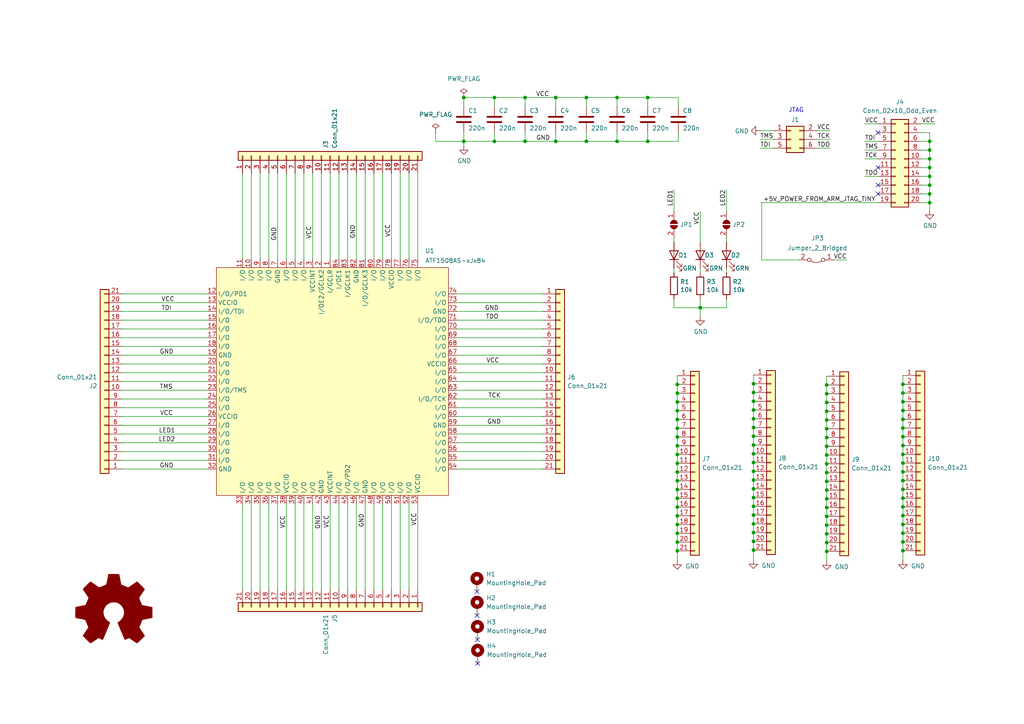
<source format=kicad_sch>
(kicad_sch (version 20211123) (generator eeschema)
  (paper "A4")
  (lib_symbols
    (symbol "Connector_Generic:Conn_01x21" (pin_names (offset 1.016) hide)
      (property "Reference" "J" (at 0 27.94 0))
      (property "Value" "Conn_01x21" (at 0 -27.94 0))
      (symbol "Conn_01x21_1_1"
        (pin passive line (at -5.08 25.4 0) (length 3.81) (name "Pin_1") (number "1"))
        (pin passive line (at -5.08 2.54 0) (length 3.81) (name "Pin_10") (number "10"))
        (pin passive line (at -5.08 0 0) (length 3.81) (name "Pin_11") (number "11"))
        (pin passive line (at -5.08 -2.54 0) (length 3.81) (name "Pin_12") (number "12"))
        (pin passive line (at -5.08 -5.08 0) (length 3.81) (name "Pin_13") (number "13"))
        (pin passive line (at -5.08 -7.62 0) (length 3.81) (name "Pin_14") (number "14"))
        (pin passive line (at -5.08 -10.16 0) (length 3.81) (name "Pin_15") (number "15"))
        (pin passive line (at -5.08 -12.7 0) (length 3.81) (name "Pin_16") (number "16"))
        (pin passive line (at -5.08 -15.24 0) (length 3.81) (name "Pin_17") (number "17"))
        (pin passive line (at -5.08 -17.78 0) (length 3.81) (name "Pin_18") (number "18"))
        (pin passive line (at -5.08 -20.32 0) (length 3.81) (name "Pin_19") (number "19"))
        (pin passive line (at -5.08 22.86 0) (length 3.81) (name "Pin_2") (number "2"))
        (pin passive line (at -5.08 -22.86 0) (length 3.81) (name "Pin_20") (number "20"))
        (pin passive line (at -5.08 -25.4 0) (length 3.81) (name "Pin_21") (number "21"))
        (pin passive line (at -5.08 20.32 0) (length 3.81) (name "Pin_3") (number "3"))
        (pin passive line (at -5.08 17.78 0) (length 3.81) (name "Pin_4") (number "4"))
        (pin passive line (at -5.08 15.24 0) (length 3.81) (name "Pin_5") (number "5"))
        (pin passive line (at -5.08 12.7 0) (length 3.81) (name "Pin_6") (number "6"))
        (pin passive line (at -5.08 10.16 0) (length 3.81) (name "Pin_7") (number "7"))
        (pin passive line (at -5.08 7.62 0) (length 3.81) (name "Pin_8") (number "8"))
        (pin passive line (at -5.08 5.08 0) (length 3.81) (name "Pin_9") (number "9"))
      )
    )
    (symbol "Connector_Generic:Conn_02x03_Odd_Even" (pin_names (offset 1.016) hide)
      (property "Reference" "J" (at 1.27 5.08 0))
      (property "Value" "Conn_02x03_Odd_Even" (at 1.27 -5.08 0))
      (symbol "Conn_02x03_Odd_Even_1_1"
        (pin passive line (at -5.08 2.54 0) (length 3.81) (name "Pin_1") (number "1"))
        (pin passive line (at 7.62 2.54 180) (length 3.81) (name "Pin_2") (number "2"))
        (pin passive line (at -5.08 0 0) (length 3.81) (name "Pin_3") (number "3"))
        (pin passive line (at 7.62 0 180) (length 3.81) (name "Pin_4") (number "4"))
        (pin passive line (at -5.08 -2.54 0) (length 3.81) (name "Pin_5") (number "5"))
        (pin passive line (at 7.62 -2.54 180) (length 3.81) (name "Pin_6") (number "6"))
      )
    )
    (symbol "Connector_Generic:Conn_02x10_Odd_Even" (pin_names (offset 1.016) hide)
      (property "Reference" "J" (at 1.27 12.7 0))
      (property "Value" "Conn_02x10_Odd_Even" (at 1.27 -15.24 0))
      (symbol "Conn_02x10_Odd_Even_1_1"
        (pin passive line (at -5.08 10.16 0) (length 3.81) (name "Pin_1") (number "1"))
        (pin passive line (at 7.62 0 180) (length 3.81) (name "Pin_10") (number "10"))
        (pin passive line (at -5.08 -2.54 0) (length 3.81) (name "Pin_11") (number "11"))
        (pin passive line (at 7.62 -2.54 180) (length 3.81) (name "Pin_12") (number "12"))
        (pin passive line (at -5.08 -5.08 0) (length 3.81) (name "Pin_13") (number "13"))
        (pin passive line (at 7.62 -5.08 180) (length 3.81) (name "Pin_14") (number "14"))
        (pin passive line (at -5.08 -7.62 0) (length 3.81) (name "Pin_15") (number "15"))
        (pin passive line (at 7.62 -7.62 180) (length 3.81) (name "Pin_16") (number "16"))
        (pin passive line (at -5.08 -10.16 0) (length 3.81) (name "Pin_17") (number "17"))
        (pin passive line (at 7.62 -10.16 180) (length 3.81) (name "Pin_18") (number "18"))
        (pin passive line (at -5.08 -12.7 0) (length 3.81) (name "Pin_19") (number "19"))
        (pin passive line (at 7.62 10.16 180) (length 3.81) (name "Pin_2") (number "2"))
        (pin passive line (at 7.62 -12.7 180) (length 3.81) (name "Pin_20") (number "20"))
        (pin passive line (at -5.08 7.62 0) (length 3.81) (name "Pin_3") (number "3"))
        (pin passive line (at 7.62 7.62 180) (length 3.81) (name "Pin_4") (number "4"))
        (pin passive line (at -5.08 5.08 0) (length 3.81) (name "Pin_5") (number "5"))
        (pin passive line (at 7.62 5.08 180) (length 3.81) (name "Pin_6") (number "6"))
        (pin passive line (at -5.08 2.54 0) (length 3.81) (name "Pin_7") (number "7"))
        (pin passive line (at 7.62 2.54 180) (length 3.81) (name "Pin_8") (number "8"))
        (pin passive line (at -5.08 0 0) (length 3.81) (name "Pin_9") (number "9"))
      )
    )
    (symbol "Device:C" (pin_numbers hide) (pin_names (offset 0.254))
      (property "Reference" "C" (at 0.635 2.54 0))
      (property "Value" "C" (at 0.635 -2.54 0))
      (symbol "C_1_1"
        (pin passive line (at 0 3.81 270) (length 2.794) (name "~") (number "1"))
        (pin passive line (at 0 -3.81 90) (length 2.794) (name "~") (number "2"))
      )
    )
    (symbol "Device:LED" (pin_numbers hide) (pin_names (offset 1.016) hide)
      (property "Reference" "D" (at 0 2.54 0))
      (property "Value" "LED" (at 0 -2.54 0))
      (symbol "LED_1_1"
        (pin passive line (at -3.81 0 0) (length 2.54) (name "K") (number "1"))
        (pin passive line (at 3.81 0 180) (length 2.54) (name "A") (number "2"))
      )
    )
    (symbol "Device:R" (pin_numbers hide) (pin_names (offset 0))
      (property "Reference" "R" (at 2.032 0 90))
      (property "Value" "R" (at 0 0 90))
      (symbol "R_1_1"
        (pin passive line (at 0 3.81 270) (length 1.27) (name "~") (number "1"))
        (pin passive line (at 0 -3.81 90) (length 1.27) (name "~") (number "2"))
      )
    )
    (symbol "Graphic:Logo_Open_Hardware_Large" (pin_names (offset 1.016)))
    (symbol "Jumper:Jumper_2_Bridged" (pin_names (offset 0) hide)
      (property "Reference" "JP" (at 0 1.905 0))
      (property "Value" "Jumper_2_Bridged" (at 0 -2.54 0))
      (symbol "Jumper_2_Bridged_1_1"
        (pin passive line (at -5.08 0 0) (length 2.54) (name "A") (number "1"))
        (pin passive line (at 5.08 0 180) (length 2.54) (name "B") (number "2"))
      )
    )
    (symbol "Jumper:SolderJumper_2_Open" (pin_names (offset 0) hide)
      (property "Reference" "JP" (at 0 2.032 0))
      (property "Value" "SolderJumper_2_Open" (at 0 -2.54 0))
      (symbol "SolderJumper_2_Open_1_1"
        (pin passive line (at -3.81 0 0) (length 2.54) (name "A") (number "1"))
        (pin passive line (at 3.81 0 180) (length 2.54) (name "B") (number "2"))
      )
    )
    (symbol "Mechanical:MountingHole_Pad" (pin_numbers hide) (pin_names (offset 1.016) hide)
      (property "Reference" "H" (at 0 6.35 0))
      (property "Value" "MountingHole_Pad" (at 0 4.445 0))
      (symbol "MountingHole_Pad_1_1"
        (pin input line (at 0 -2.54 90) (length 2.54) (name "1") (number "1"))
      )
    )
    (symbol "my_symbols:ATF1508AS-xJx84"
      (property "Reference" "U" (at 29.21 38.1 0))
      (property "Value" "ATF1508AS-xJx84" (at 45.72 35.56 0))
      (symbol "ATF1508AS-xJx84_0_0"
        (pin bidirectional line (at 5.08 -35.56 90) (length 2.54) (name "I/O/PD2") (number "45"))
        (pin bidirectional line (at 7.62 -35.56 90) (length 2.54) (name "I/O") (number "46"))
        (pin power_in line (at 10.16 -35.56 90) (length 2.54) (name "GND") (number "47"))
        (pin bidirectional line (at 12.7 -35.56 90) (length 2.54) (name "I/O") (number "48"))
        (pin bidirectional line (at 15.24 -35.56 90) (length 2.54) (name "I/O") (number "49"))
        (pin bidirectional line (at 17.78 -35.56 90) (length 2.54) (name "I/O") (number "50"))
        (pin bidirectional line (at 20.32 -35.56 90) (length 2.54) (name "I/O") (number "51"))
        (pin bidirectional line (at 22.86 -35.56 90) (length 2.54) (name "I/O") (number "52"))
        (pin power_in line (at 25.4 -35.56 90) (length 2.54) (name "VCCIO") (number "53"))
        (pin bidirectional line (at 36.83 -25.4 180) (length 2.54) (name "I/O") (number "54"))
        (pin bidirectional line (at 36.83 -22.86 180) (length 2.54) (name "I/O") (number "55"))
        (pin bidirectional line (at 36.83 -20.32 180) (length 2.54) (name "I/O") (number "56"))
        (pin bidirectional line (at 36.83 -17.78 180) (length 2.54) (name "I/O") (number "57"))
        (pin bidirectional line (at 36.83 -15.24 180) (length 2.54) (name "I/O") (number "58"))
        (pin power_in line (at 36.83 -12.7 180) (length 2.54) (name "GND") (number "59"))
        (pin bidirectional line (at 36.83 -10.16 180) (length 2.54) (name "I/O") (number "60"))
        (pin bidirectional line (at 36.83 -7.62 180) (length 2.54) (name "I/O") (number "61"))
        (pin bidirectional line (at 36.83 -5.08 180) (length 2.54) (name "I/O/TCK") (number "62"))
        (pin bidirectional line (at 36.83 -2.54 180) (length 2.54) (name "I/O") (number "63"))
        (pin bidirectional line (at 36.83 0 180) (length 2.54) (name "I/O") (number "64"))
        (pin bidirectional line (at 36.83 2.54 180) (length 2.54) (name "I/O") (number "65"))
        (pin power_in line (at 36.83 5.08 180) (length 2.54) (name "VCCIO") (number "66"))
        (pin bidirectional line (at 36.83 7.62 180) (length 2.54) (name "I/O") (number "67"))
        (pin bidirectional line (at 36.83 10.16 180) (length 2.54) (name "I/O") (number "68"))
        (pin bidirectional line (at 36.83 12.7 180) (length 2.54) (name "I/O") (number "69"))
        (pin bidirectional line (at 36.83 15.24 180) (length 2.54) (name "I/O") (number "70"))
        (pin bidirectional line (at 36.83 17.78 180) (length 2.54) (name "I/O/TDO") (number "71"))
        (pin power_in line (at 36.83 20.32 180) (length 2.54) (name "GND") (number "72"))
        (pin bidirectional line (at 36.83 22.86 180) (length 2.54) (name "I/O") (number "73"))
        (pin bidirectional line (at 36.83 25.4 180) (length 2.54) (name "I/O") (number "74"))
        (pin bidirectional line (at 25.4 35.56 270) (length 2.54) (name "I/O") (number "75"))
        (pin bidirectional line (at 22.86 35.56 270) (length 2.54) (name "I/O") (number "76"))
        (pin bidirectional line (at 20.32 35.56 270) (length 2.54) (name "I/O") (number "77"))
        (pin power_in line (at 17.78 35.56 270) (length 2.54) (name "VCCIO") (number "78"))
        (pin bidirectional line (at 15.24 35.56 270) (length 2.54) (name "I/O") (number "79"))
        (pin bidirectional line (at 12.7 35.56 270) (length 2.54) (name "I/O") (number "80"))
        (pin bidirectional line (at 10.16 35.56 270) (length 2.54) (name "I/O/GCLK3") (number "81"))
        (pin power_in line (at 7.62 35.56 270) (length 2.54) (name "GND") (number "82"))
        (pin input line (at 5.08 35.56 270) (length 2.54) (name "I/GCLK1") (number "83"))
        (pin input line (at 2.54 35.56 270) (length 2.54) (name "I/OE1") (number "84"))
      )
      (symbol "ATF1508AS-xJx84_1_1"
        (pin input line (at 0 35.56 270) (length 2.54) (name "I/GCLR") (number "1"))
        (pin bidirectional line (at -22.86 35.56 270) (length 2.54) (name "I/O") (number "10"))
        (pin bidirectional line (at -25.4 35.56 270) (length 2.54) (name "I/O") (number "11"))
        (pin bidirectional line (at -35.56 25.4 0) (length 2.54) (name "I/O/PD1") (number "12"))
        (pin power_in line (at -35.56 22.86 0) (length 2.54) (name "VCCIO") (number "13"))
        (pin bidirectional line (at -35.56 20.32 0) (length 2.54) (name "I/O/TDI") (number "14"))
        (pin bidirectional line (at -35.56 17.78 0) (length 2.54) (name "I/O") (number "15"))
        (pin bidirectional line (at -35.56 15.24 0) (length 2.54) (name "I/O") (number "16"))
        (pin bidirectional line (at -35.56 12.7 0) (length 2.54) (name "I/O") (number "17"))
        (pin bidirectional line (at -35.56 10.16 0) (length 2.54) (name "I/O") (number "18"))
        (pin power_in line (at -35.56 7.62 0) (length 2.54) (name "GND") (number "19"))
        (pin input line (at -2.54 35.56 270) (length 2.54) (name "I/OE2/GCLK2") (number "2"))
        (pin bidirectional line (at -35.56 5.08 0) (length 2.54) (name "I/O") (number "20"))
        (pin bidirectional line (at -35.56 2.54 0) (length 2.54) (name "I/O") (number "21"))
        (pin bidirectional line (at -35.56 0 0) (length 2.54) (name "I/O") (number "22"))
        (pin bidirectional line (at -35.56 -2.54 0) (length 2.54) (name "I/O/TMS") (number "23"))
        (pin bidirectional line (at -35.56 -5.08 0) (length 2.54) (name "I/O") (number "24"))
        (pin bidirectional line (at -35.56 -7.62 0) (length 2.54) (name "I/O") (number "25"))
        (pin power_in line (at -35.56 -10.16 0) (length 2.54) (name "VCCIO") (number "26"))
        (pin bidirectional line (at -35.56 -12.7 0) (length 2.54) (name "I/O") (number "27"))
        (pin bidirectional line (at -35.56 -15.24 0) (length 2.54) (name "I/O") (number "28"))
        (pin bidirectional line (at -35.56 -17.78 0) (length 2.54) (name "I/O") (number "29"))
        (pin power_in line (at -5.08 35.56 270) (length 2.54) (name "VCCINT") (number "3"))
        (pin bidirectional line (at -35.56 -20.32 0) (length 2.54) (name "I/O") (number "30"))
        (pin bidirectional line (at -35.56 -22.86 0) (length 2.54) (name "I/O") (number "31"))
        (pin power_in line (at -35.56 -25.4 0) (length 2.54) (name "GND") (number "32"))
        (pin bidirectional line (at -25.4 -35.56 90) (length 2.54) (name "I/O") (number "33"))
        (pin bidirectional line (at -22.86 -35.56 90) (length 2.54) (name "I/O") (number "34"))
        (pin bidirectional line (at -20.32 -35.56 90) (length 2.54) (name "I/O") (number "35"))
        (pin bidirectional line (at -17.78 -35.56 90) (length 2.54) (name "I/O") (number "36"))
        (pin bidirectional line (at -15.24 -35.56 90) (length 2.54) (name "I/O") (number "37"))
        (pin power_in line (at -12.7 -35.56 90) (length 2.54) (name "VCCIO") (number "38"))
        (pin bidirectional line (at -10.16 -35.56 90) (length 2.54) (name "I/O") (number "39"))
        (pin bidirectional line (at -7.62 35.56 270) (length 2.54) (name "I/O") (number "4"))
        (pin bidirectional line (at -7.62 -35.56 90) (length 2.54) (name "I/O") (number "40"))
        (pin bidirectional line (at -5.08 -35.56 90) (length 2.54) (name "I/O") (number "41"))
        (pin power_in line (at -2.54 -35.56 90) (length 2.54) (name "GND") (number "42"))
        (pin power_in line (at 0 -35.56 90) (length 2.54) (name "VCCINT") (number "43"))
        (pin bidirectional line (at 2.54 -35.56 90) (length 2.54) (name "I/O") (number "44"))
        (pin bidirectional line (at -10.16 35.56 270) (length 2.54) (name "I/O") (number "5"))
        (pin bidirectional line (at -12.7 35.56 270) (length 2.54) (name "I/O") (number "6"))
        (pin power_in line (at -15.24 35.56 270) (length 2.54) (name "GND") (number "7"))
        (pin bidirectional line (at -17.78 35.56 270) (length 2.54) (name "I/O") (number "8"))
        (pin bidirectional line (at -20.32 35.56 270) (length 2.54) (name "I/O") (number "9"))
      )
    )
    (symbol "power:GND" (power) (pin_names (offset 0))
      (property "Value" "GND" (at 0 -3.81 0))
      (symbol "GND_1_1"
        (pin power_in line (at 0 0 270) (length 0) hide (name "GND") (number "1"))
      )
    )
    (symbol "power:PWR_FLAG" (power) (pin_numbers hide) (pin_names (offset 0) hide)
      (property "Value" "PWR_FLAG" (at 0 3.81 0))
      (symbol "PWR_FLAG_0_0"
        (pin power_out line (at 0 0 90) (length 0) (name "pwr") (number "1"))
      )
    )
  )
  (junction (at 196.4436 144.526))
  (junction (at 239.776 142.1384))
  (junction (at 218.5416 113.8428))
  (junction (at 261.874 136.8552))
  (junction (at 196.4436 159.766))
  (junction (at 261.874 134.3152))
  (junction (at 196.4436 154.686))
  (junction (at 261.874 157.1752))
  (junction (at 218.5416 141.7828))
  (junction (at 261.874 121.6152))
  (junction (at 161.1884 40.9956))
  (junction (at 239.776 124.3584))
  (junction (at 239.776 114.1984))
  (junction (at 196.4436 131.826))
  (junction (at 218.5416 149.4028))
  (junction (at 143.4084 28.2956))
  (junction (at 134.5184 40.9956))
  (junction (at 170.0784 28.2956))
  (junction (at 239.776 149.7584))
  (junction (at 239.776 134.5184))
  (junction (at 269.6464 53.6956))
  (junction (at 239.776 144.6784))
  (junction (at 269.6464 51.1556))
  (junction (at 170.0784 40.9956))
  (junction (at 196.4436 114.046))
  (junction (at 239.776 137.0584))
  (junction (at 196.4436 121.666))
  (junction (at 239.776 152.2984))
  (junction (at 196.4436 119.126))
  (junction (at 239.776 119.2784))
  (junction (at 269.6464 48.6156))
  (junction (at 218.5416 151.9428))
  (junction (at 261.874 129.2352))
  (junction (at 261.874 139.3952))
  (junction (at 196.4436 129.286))
  (junction (at 187.8584 40.9956))
  (junction (at 261.874 144.4752))
  (junction (at 196.4436 124.206))
  (junction (at 261.874 111.4552))
  (junction (at 261.874 124.1552))
  (junction (at 218.5416 144.3228))
  (junction (at 239.776 139.5984))
  (junction (at 187.8584 28.2956))
  (junction (at 261.874 159.7152))
  (junction (at 218.5416 139.2428))
  (junction (at 196.4436 136.906))
  (junction (at 196.4436 141.986))
  (junction (at 269.6464 40.9956))
  (junction (at 239.776 147.2184))
  (junction (at 239.776 154.8384))
  (junction (at 239.776 116.7384))
  (junction (at 218.5416 136.7028))
  (junction (at 261.874 119.0752))
  (junction (at 196.4436 134.366))
  (junction (at 218.5416 116.3828))
  (junction (at 218.5416 126.5428))
  (junction (at 218.5416 131.6228))
  (junction (at 269.6464 43.5356))
  (junction (at 239.776 129.4384))
  (junction (at 261.874 154.6352))
  (junction (at 178.9684 40.9956))
  (junction (at 218.5416 121.4628))
  (junction (at 218.5416 146.8628))
  (junction (at 134.5184 28.2956))
  (junction (at 218.5416 154.4828))
  (junction (at 203.0984 89.2556))
  (junction (at 269.6464 46.0756))
  (junction (at 261.874 126.6952))
  (junction (at 196.4436 111.506))
  (junction (at 218.5416 159.5628))
  (junction (at 218.5416 111.3028))
  (junction (at 178.9684 28.2956))
  (junction (at 261.874 141.9352))
  (junction (at 152.2984 40.9956))
  (junction (at 261.874 147.0152))
  (junction (at 261.874 113.9952))
  (junction (at 261.874 116.5352))
  (junction (at 261.874 152.0952))
  (junction (at 239.776 111.6584))
  (junction (at 239.776 126.8984))
  (junction (at 196.4436 126.746))
  (junction (at 152.2984 28.2956))
  (junction (at 196.4436 152.146))
  (junction (at 269.6464 58.7756))
  (junction (at 196.4436 147.066))
  (junction (at 143.4084 40.9956))
  (junction (at 261.874 131.7752))
  (junction (at 161.1884 28.2956))
  (junction (at 218.5416 157.0228))
  (junction (at 239.776 159.9184))
  (junction (at 218.5416 134.1628))
  (junction (at 196.4436 116.586))
  (junction (at 196.4436 157.226))
  (junction (at 196.4436 149.606))
  (junction (at 218.5416 118.9228))
  (junction (at 196.4436 139.446))
  (junction (at 239.776 121.8184))
  (junction (at 261.874 149.5552))
  (junction (at 239.776 131.9784))
  (junction (at 218.5416 129.0828))
  (junction (at 269.6464 56.2356))
  (junction (at 239.776 157.3784))
  (junction (at 218.5416 124.0028))
  (no_connect (at 138.4808 185.5216))
  (no_connect (at 254.6604 53.6956))
  (no_connect (at 254.6604 56.2356))
  (no_connect (at 138.3284 171.6024))
  (no_connect (at 138.5316 192.4304))
  (no_connect (at 138.3792 178.5112))
  (no_connect (at 254.6604 38.4556))
  (no_connect (at 254.6604 48.6156))
  (wire (pts (xy 261.874 136.8552) (xy 261.874 139.3952)))
  (wire (pts (xy 100.838 50.292) (xy 100.838 75.0824)))
  (wire (pts (xy 70.358 170.9928) (xy 70.358 146.2024)))
  (wire (pts (xy 161.1884 28.2956) (xy 170.0784 28.2956)))
  (wire (pts (xy 267.3604 58.7756) (xy 269.6464 58.7756)))
  (wire (pts (xy 157.3784 90.3224) (xy 132.588 90.3224)))
  (wire (pts (xy 269.6464 40.9956) (xy 269.6464 38.4556)))
  (wire (pts (xy 178.9684 28.2956) (xy 187.8584 28.2956)))
  (wire (pts (xy 75.438 170.9928) (xy 75.438 146.2024)))
  (wire (pts (xy 121.158 170.9928) (xy 121.158 146.2024)))
  (wire (pts (xy 195.4784 54.9656) (xy 195.4784 61.3156)))
  (wire (pts (xy 196.4436 154.686) (xy 196.4436 157.226)))
  (wire (pts (xy 218.5416 131.6228) (xy 218.5416 134.1628)))
  (wire (pts (xy 35.4076 130.9624) (xy 60.198 130.9624)))
  (wire (pts (xy 134.5184 40.9956) (xy 126.3396 40.9956)))
  (wire (pts (xy 218.5416 111.3028) (xy 218.5416 113.8428)))
  (wire (pts (xy 157.3784 125.8824) (xy 132.588 125.8824)))
  (wire (pts (xy 157.3784 133.5024) (xy 132.588 133.5024)))
  (wire (pts (xy 35.4076 92.8624) (xy 60.198 92.8624)))
  (wire (pts (xy 220.9292 58.7756) (xy 254.6604 58.7756)))
  (wire (pts (xy 218.5416 159.5628) (xy 218.5416 162.3568)))
  (wire (pts (xy 196.4436 124.206) (xy 196.4436 126.746)))
  (wire (pts (xy 261.874 108.9152) (xy 261.874 111.4552)))
  (wire (pts (xy 35.4076 118.2624) (xy 60.198 118.2624)))
  (wire (pts (xy 196.4436 119.126) (xy 196.4436 121.666)))
  (wire (pts (xy 220.9292 58.7756) (xy 220.9292 75.3872)))
  (wire (pts (xy 196.4436 159.766) (xy 196.4436 162.56)))
  (wire (pts (xy 261.874 154.6352) (xy 261.874 157.1752)))
  (wire (pts (xy 196.7484 28.2956) (xy 196.7484 30.8356)))
  (wire (pts (xy 152.2984 40.9956) (xy 152.2984 38.4556)))
  (wire (pts (xy 157.3784 85.2424) (xy 132.588 85.2424)))
  (wire (pts (xy 157.3784 103.0224) (xy 132.588 103.0224)))
  (wire (pts (xy 196.4436 139.446) (xy 196.4436 141.986)))
  (wire (pts (xy 239.776 131.9784) (xy 239.776 134.5184)))
  (wire (pts (xy 35.4076 87.7824) (xy 60.198 87.7824)))
  (wire (pts (xy 239.776 121.8184) (xy 239.776 124.3584)))
  (wire (pts (xy 196.4436 152.146) (xy 196.4436 154.686)))
  (wire (pts (xy 261.874 147.0152) (xy 261.874 149.5552)))
  (wire (pts (xy 157.3784 130.9624) (xy 132.588 130.9624)))
  (wire (pts (xy 269.6464 46.0756) (xy 269.6464 48.6156)))
  (wire (pts (xy 239.776 139.5984) (xy 239.776 142.1384)))
  (wire (pts (xy 85.598 50.292) (xy 85.598 75.0824)))
  (wire (pts (xy 157.3784 136.0424) (xy 132.588 136.0424)))
  (wire (pts (xy 269.6464 40.9956) (xy 269.6464 43.5356)))
  (wire (pts (xy 203.0984 89.2556) (xy 203.0984 86.7156)))
  (wire (pts (xy 95.758 170.9928) (xy 95.758 146.2024)))
  (wire (pts (xy 210.7184 68.9356) (xy 210.7184 70.2056)))
  (wire (pts (xy 35.4076 103.0224) (xy 60.198 103.0224)))
  (wire (pts (xy 110.998 50.292) (xy 110.998 75.0824)))
  (wire (pts (xy 187.8584 40.9956) (xy 196.7484 40.9956)))
  (wire (pts (xy 93.218 50.292) (xy 93.218 75.0824)))
  (wire (pts (xy 271.1704 35.9156) (xy 267.3604 35.9156)))
  (wire (pts (xy 250.8504 46.0756) (xy 254.6604 46.0756)))
  (wire (pts (xy 261.874 111.4552) (xy 261.874 113.9952)))
  (wire (pts (xy 240.792 37.8968) (xy 236.982 37.8968)))
  (wire (pts (xy 134.5184 28.2956) (xy 143.4084 28.2956)))
  (wire (pts (xy 239.776 149.7584) (xy 239.776 152.2984)))
  (wire (pts (xy 83.058 170.9928) (xy 83.058 146.2024)))
  (wire (pts (xy 218.5416 124.0028) (xy 218.5416 126.5428)))
  (wire (pts (xy 269.6464 48.6156) (xy 269.6464 51.1556)))
  (wire (pts (xy 261.874 134.3152) (xy 261.874 136.8552)))
  (wire (pts (xy 196.4436 129.286) (xy 196.4436 131.826)))
  (wire (pts (xy 239.776 137.0584) (xy 239.776 139.5984)))
  (wire (pts (xy 134.5184 40.9956) (xy 143.4084 40.9956)))
  (wire (pts (xy 239.776 126.8984) (xy 239.776 129.4384)))
  (wire (pts (xy 203.0984 77.8256) (xy 203.0984 79.0956)))
  (wire (pts (xy 203.0984 89.2556) (xy 210.7184 89.2556)))
  (wire (pts (xy 118.618 170.9928) (xy 118.618 146.2024)))
  (wire (pts (xy 250.8504 35.9156) (xy 254.6604 35.9156)))
  (wire (pts (xy 261.874 152.0952) (xy 261.874 154.6352)))
  (wire (pts (xy 210.7184 89.2556) (xy 210.7184 86.7156)))
  (wire (pts (xy 85.598 170.9928) (xy 85.598 146.2024)))
  (wire (pts (xy 269.6464 56.2356) (xy 269.6464 58.7756)))
  (wire (pts (xy 239.776 144.6784) (xy 239.776 147.2184)))
  (wire (pts (xy 80.518 170.9928) (xy 80.518 146.2024)))
  (wire (pts (xy 196.4436 131.826) (xy 196.4436 134.366)))
  (wire (pts (xy 196.4436 147.066) (xy 196.4436 149.606)))
  (wire (pts (xy 35.4076 90.3224) (xy 60.198 90.3224)))
  (wire (pts (xy 95.758 50.292) (xy 95.758 75.0824)))
  (wire (pts (xy 35.4076 120.8024) (xy 60.198 120.8024)))
  (wire (pts (xy 196.4436 121.666) (xy 196.4436 124.206)))
  (wire (pts (xy 157.3784 105.5624) (xy 132.588 105.5624)))
  (wire (pts (xy 220.472 37.8968) (xy 224.282 37.8968)))
  (wire (pts (xy 70.358 50.292) (xy 70.358 75.0824)))
  (wire (pts (xy 161.1884 28.2956) (xy 161.1884 30.8356)))
  (wire (pts (xy 239.776 134.5184) (xy 239.776 137.0584)))
  (wire (pts (xy 267.3604 43.5356) (xy 269.6464 43.5356)))
  (wire (pts (xy 240.792 42.9768) (xy 236.982 42.9768)))
  (wire (pts (xy 239.776 116.7384) (xy 239.776 119.2784)))
  (wire (pts (xy 157.3784 95.4024) (xy 132.588 95.4024)))
  (wire (pts (xy 152.2984 28.2956) (xy 152.2984 30.8356)))
  (wire (pts (xy 35.4076 108.1024) (xy 60.198 108.1024)))
  (wire (pts (xy 103.378 50.292) (xy 103.378 75.0824)))
  (wire (pts (xy 143.4084 28.2956) (xy 152.2984 28.2956)))
  (wire (pts (xy 218.5416 136.7028) (xy 218.5416 139.2428)))
  (wire (pts (xy 196.4436 141.986) (xy 196.4436 144.526)))
  (wire (pts (xy 195.4784 89.2556) (xy 195.4784 86.7156)))
  (wire (pts (xy 239.776 114.1984) (xy 239.776 116.7384)))
  (wire (pts (xy 267.3604 53.6956) (xy 269.6464 53.6956)))
  (wire (pts (xy 113.538 50.292) (xy 113.538 75.0824)))
  (wire (pts (xy 218.5416 149.4028) (xy 218.5416 151.9428)))
  (wire (pts (xy 77.978 50.292) (xy 77.978 75.0824)))
  (wire (pts (xy 218.5416 151.9428) (xy 218.5416 154.4828)))
  (wire (pts (xy 116.078 50.292) (xy 116.078 75.0824)))
  (wire (pts (xy 250.8504 43.5356) (xy 254.6604 43.5356)))
  (wire (pts (xy 261.874 144.4752) (xy 261.874 147.0152)))
  (wire (pts (xy 35.4076 110.6424) (xy 60.198 110.6424)))
  (wire (pts (xy 108.458 170.9928) (xy 108.458 146.2024)))
  (wire (pts (xy 35.4076 85.2424) (xy 60.198 85.2424)))
  (wire (pts (xy 269.6464 58.7756) (xy 269.6464 61.0616)))
  (wire (pts (xy 35.4076 128.4224) (xy 60.198 128.4224)))
  (wire (pts (xy 220.9292 75.3872) (xy 231.648 75.3872)))
  (wire (pts (xy 218.5416 126.5428) (xy 218.5416 129.0828)))
  (wire (pts (xy 72.898 50.292) (xy 72.898 75.0824)))
  (wire (pts (xy 157.3784 115.7224) (xy 132.588 115.7224)))
  (wire (pts (xy 161.1884 40.9956) (xy 170.0784 40.9956)))
  (wire (pts (xy 195.4784 77.8256) (xy 195.4784 79.0956)))
  (wire (pts (xy 218.5416 154.4828) (xy 218.5416 157.0228)))
  (wire (pts (xy 261.874 129.2352) (xy 261.874 131.7752)))
  (wire (pts (xy 218.5416 146.8628) (xy 218.5416 149.4028)))
  (wire (pts (xy 93.218 170.9928) (xy 93.218 146.2024)))
  (wire (pts (xy 35.4076 136.0424) (xy 60.198 136.0424)))
  (wire (pts (xy 261.874 119.0752) (xy 261.874 121.6152)))
  (wire (pts (xy 83.058 50.292) (xy 83.058 75.0824)))
  (wire (pts (xy 196.4436 149.606) (xy 196.4436 152.146)))
  (wire (pts (xy 196.4436 114.046) (xy 196.4436 116.586)))
  (wire (pts (xy 110.998 170.9928) (xy 110.998 146.2024)))
  (wire (pts (xy 161.1884 40.9956) (xy 161.1884 38.4556)))
  (wire (pts (xy 35.4076 95.4024) (xy 60.198 95.4024)))
  (wire (pts (xy 218.5416 129.0828) (xy 218.5416 131.6228)))
  (wire (pts (xy 261.874 139.3952) (xy 261.874 141.9352)))
  (wire (pts (xy 267.3604 51.1556) (xy 269.6464 51.1556)))
  (wire (pts (xy 170.0784 40.9956) (xy 178.9684 40.9956)))
  (wire (pts (xy 261.874 131.7752) (xy 261.874 134.3152)))
  (wire (pts (xy 218.5416 113.8428) (xy 218.5416 116.3828)))
  (wire (pts (xy 261.874 159.7152) (xy 261.874 162.5092)))
  (wire (pts (xy 218.5416 116.3828) (xy 218.5416 118.9228)))
  (wire (pts (xy 35.4076 115.7224) (xy 60.198 115.7224)))
  (wire (pts (xy 178.9684 40.9956) (xy 187.8584 40.9956)))
  (wire (pts (xy 261.874 121.6152) (xy 261.874 124.1552)))
  (wire (pts (xy 134.5184 28.2956) (xy 134.5184 30.8356)))
  (wire (pts (xy 157.3784 100.4824) (xy 132.588 100.4824)))
  (wire (pts (xy 267.3604 56.2356) (xy 269.6464 56.2356)))
  (wire (pts (xy 35.4076 105.5624) (xy 60.198 105.5624)))
  (wire (pts (xy 195.4784 89.2556) (xy 203.0984 89.2556)))
  (wire (pts (xy 35.4076 133.5024) (xy 60.198 133.5024)))
  (wire (pts (xy 157.3784 92.8624) (xy 132.588 92.8624)))
  (wire (pts (xy 239.776 154.8384) (xy 239.776 157.3784)))
  (wire (pts (xy 239.776 142.1384) (xy 239.776 144.6784)))
  (wire (pts (xy 126.3396 38.4556) (xy 126.3396 40.9956)))
  (wire (pts (xy 157.3784 123.3424) (xy 132.588 123.3424)))
  (wire (pts (xy 240.792 40.4368) (xy 236.982 40.4368)))
  (wire (pts (xy 178.9684 28.2956) (xy 178.9684 30.8356)))
  (wire (pts (xy 239.776 147.2184) (xy 239.776 149.7584)))
  (wire (pts (xy 157.3784 97.9424) (xy 132.588 97.9424)))
  (wire (pts (xy 170.0784 28.2956) (xy 170.0784 30.8356)))
  (wire (pts (xy 157.3784 113.1824) (xy 132.588 113.1824)))
  (wire (pts (xy 239.776 159.9184) (xy 239.776 162.7124)))
  (wire (pts (xy 261.874 149.5552) (xy 261.874 152.0952)))
  (wire (pts (xy 245.618 75.3872) (xy 241.808 75.3872)))
  (wire (pts (xy 269.6464 51.1556) (xy 269.6464 53.6956)))
  (wire (pts (xy 261.874 124.1552) (xy 261.874 126.6952)))
  (wire (pts (xy 269.6464 43.5356) (xy 269.6464 46.0756)))
  (wire (pts (xy 239.776 129.4384) (xy 239.776 131.9784)))
  (wire (pts (xy 88.138 170.9928) (xy 88.138 146.2024)))
  (wire (pts (xy 98.298 50.292) (xy 98.298 75.0824)))
  (wire (pts (xy 178.9684 40.9956) (xy 178.9684 38.4556)))
  (wire (pts (xy 261.874 157.1752) (xy 261.874 159.7152)))
  (wire (pts (xy 100.838 170.9928) (xy 100.838 146.2024)))
  (wire (pts (xy 261.874 141.9352) (xy 261.874 144.4752)))
  (wire (pts (xy 220.472 40.4368) (xy 224.282 40.4368)))
  (wire (pts (xy 203.0984 89.2556) (xy 203.0984 91.7956)))
  (wire (pts (xy 261.874 126.6952) (xy 261.874 129.2352)))
  (wire (pts (xy 35.4076 113.1824) (xy 60.198 113.1824)))
  (wire (pts (xy 210.7184 77.8256) (xy 210.7184 79.0956)))
  (wire (pts (xy 143.4084 40.9956) (xy 152.2984 40.9956)))
  (wire (pts (xy 261.874 113.9952) (xy 261.874 116.5352)))
  (wire (pts (xy 196.4436 136.906) (xy 196.4436 139.446)))
  (wire (pts (xy 35.4076 100.4824) (xy 60.198 100.4824)))
  (wire (pts (xy 35.4076 123.3424) (xy 60.198 123.3424)))
  (wire (pts (xy 90.678 170.9928) (xy 90.678 146.2024)))
  (wire (pts (xy 220.472 42.9768) (xy 224.282 42.9768)))
  (wire (pts (xy 196.4436 134.366) (xy 196.4436 136.906)))
  (wire (pts (xy 261.874 116.5352) (xy 261.874 119.0752)))
  (wire (pts (xy 157.3784 118.2624) (xy 132.588 118.2624)))
  (wire (pts (xy 116.078 170.9928) (xy 116.078 146.2024)))
  (wire (pts (xy 195.4784 68.9356) (xy 195.4784 70.2056)))
  (wire (pts (xy 218.5416 108.7628) (xy 218.5416 111.3028)))
  (wire (pts (xy 108.458 50.292) (xy 108.458 75.0824)))
  (wire (pts (xy 98.298 170.9928) (xy 98.298 146.2024)))
  (wire (pts (xy 239.776 119.2784) (xy 239.776 121.8184)))
  (wire (pts (xy 196.4436 108.966) (xy 196.4436 111.506)))
  (wire (pts (xy 218.5416 144.3228) (xy 218.5416 146.8628)))
  (wire (pts (xy 90.678 50.292) (xy 90.678 75.0824)))
  (wire (pts (xy 267.3604 38.4556) (xy 269.6464 38.4556)))
  (wire (pts (xy 105.918 50.292) (xy 105.918 75.0824)))
  (wire (pts (xy 75.438 50.292) (xy 75.438 75.0824)))
  (wire (pts (xy 152.2984 40.9956) (xy 161.1884 40.9956)))
  (wire (pts (xy 170.0784 40.9956) (xy 170.0784 38.4556)))
  (wire (pts (xy 196.4436 116.586) (xy 196.4436 119.126)))
  (wire (pts (xy 80.518 50.292) (xy 80.518 75.0824)))
  (wire (pts (xy 267.3604 48.6156) (xy 269.6464 48.6156)))
  (wire (pts (xy 210.7184 54.9656) (xy 210.7184 61.3156)))
  (wire (pts (xy 143.4084 28.2956) (xy 143.4084 30.8356)))
  (wire (pts (xy 218.5416 157.0228) (xy 218.5416 159.5628)))
  (wire (pts (xy 196.4436 144.526) (xy 196.4436 147.066)))
  (wire (pts (xy 157.3784 87.7824) (xy 132.588 87.7824)))
  (wire (pts (xy 203.0984 61.3156) (xy 203.0984 70.2056)))
  (wire (pts (xy 187.8584 28.2956) (xy 196.7484 28.2956)))
  (wire (pts (xy 250.8504 40.9956) (xy 254.6604 40.9956)))
  (wire (pts (xy 269.6464 53.6956) (xy 269.6464 56.2356)))
  (wire (pts (xy 196.4436 126.746) (xy 196.4436 129.286)))
  (wire (pts (xy 196.4436 111.506) (xy 196.4436 114.046)))
  (wire (pts (xy 239.776 157.3784) (xy 239.776 159.9184)))
  (wire (pts (xy 77.978 170.9928) (xy 77.978 146.2024)))
  (wire (pts (xy 157.3784 108.1024) (xy 132.588 108.1024)))
  (wire (pts (xy 88.138 50.292) (xy 88.138 75.0824)))
  (wire (pts (xy 218.5416 139.2428) (xy 218.5416 141.7828)))
  (wire (pts (xy 170.0784 28.2956) (xy 178.9684 28.2956)))
  (wire (pts (xy 134.5184 40.9956) (xy 134.5184 42.2656)))
  (wire (pts (xy 218.5416 118.9228) (xy 218.5416 121.4628)))
  (wire (pts (xy 35.4076 125.8824) (xy 60.198 125.8824)))
  (wire (pts (xy 267.3604 40.9956) (xy 269.6464 40.9956)))
  (wire (pts (xy 72.898 170.9928) (xy 72.898 146.2024)))
  (wire (pts (xy 157.3784 128.4224) (xy 132.588 128.4224)))
  (wire (pts (xy 187.8584 28.2956) (xy 187.8584 30.8356)))
  (wire (pts (xy 267.3604 46.0756) (xy 269.6464 46.0756)))
  (wire (pts (xy 218.5416 141.7828) (xy 218.5416 144.3228)))
  (wire (pts (xy 196.7484 40.9956) (xy 196.7484 38.4556)))
  (wire (pts (xy 239.776 152.2984) (xy 239.776 154.8384)))
  (wire (pts (xy 152.2984 28.2956) (xy 161.1884 28.2956)))
  (wire (pts (xy 196.4436 157.226) (xy 196.4436 159.766)))
  (wire (pts (xy 218.5416 134.1628) (xy 218.5416 136.7028)))
  (wire (pts (xy 157.3784 110.6424) (xy 132.588 110.6424)))
  (wire (pts (xy 187.8584 40.9956) (xy 187.8584 38.4556)))
  (wire (pts (xy 239.776 109.1184) (xy 239.776 111.6584)))
  (wire (pts (xy 143.4084 40.9956) (xy 143.4084 38.4556)))
  (wire (pts (xy 35.4076 97.9424) (xy 60.198 97.9424)))
  (wire (pts (xy 157.3784 120.8024) (xy 132.588 120.8024)))
  (wire (pts (xy 218.5416 121.4628) (xy 218.5416 124.0028)))
  (wire (pts (xy 134.5184 40.9956) (xy 134.5184 38.4556)))
  (wire (pts (xy 118.618 50.292) (xy 118.618 75.0824)))
  (wire (pts (xy 105.918 170.9928) (xy 105.918 146.2024)))
  (wire (pts (xy 113.538 170.9928) (xy 113.538 146.2024)))
  (wire (pts (xy 103.378 170.9928) (xy 103.378 146.2024)))
  (wire (pts (xy 250.8504 51.1556) (xy 254.6604 51.1556)))
  (wire (pts (xy 239.776 124.3584) (xy 239.776 126.8984)))
  (wire (pts (xy 239.776 111.6584) (xy 239.776 114.1984)))
  (wire (pts (xy 121.158 50.292) (xy 121.158 75.0824)))
  (text "JTAG" (at 233.172 32.8168 180) (effects (font (size 1.27 1.27)) (justify right bottom)))
  (label "VCC" (at 113.538 68.7832 90))
  (label "GND" (at 46.2788 103.0224 0))
  (label "GND" (at 80.518 69.85 90))
  (label "VCC" (at 203.0984 61.3156 270))
  (label "LED1" (at 46.0248 125.8824 0))
  (label "VCC" (at 271.1704 35.9156 180))
  (label "TMS" (at 220.472 40.4368 0))
  (label "LED2" (at 45.974 128.4224 0))
  (label "VCC" (at 46.7868 87.7824 0))
  (label "TDI" (at 250.8504 40.9956 0))
  (label "VCC" (at 141.0208 105.5624 0))
  (label "TDI" (at 46.7868 90.3224 0))
  (label "TMS" (at 46.2788 113.1824 0))
  (label "VCC" (at 95.758 153.162 90))
  (label "TDO" (at 250.8504 51.1556 0))
  (label "TDI" (at 220.472 42.9768 0))
  (label "VCC" (at 121.158 152.5016 90))
  (label "TCK" (at 240.792 40.4368 180))
  (label "VCC" (at 90.678 69.2912 90))
  (label "+5V_POWER_FROM_ARM_JTAG_TINY" (at 221.3356 58.7756 0))
  (label "TCK" (at 250.8504 46.0756 0))
  (label "TCK" (at 141.5796 115.7224 0))
  (label "LED1" (at 195.4784 54.9656 270))
  (label "TDO" (at 140.8684 92.8624 0))
  (label "TDO" (at 240.792 42.9768 180))
  (label "VCC" (at 240.792 37.8968 180))
  (label "GND" (at 141.2608 123.3424 0))
  (label "VCC" (at 46.3804 120.8024 0))
  (label "GND" (at 103.378 69.1896 90))
  (label "LED2" (at 210.7184 54.9656 270))
  (label "GND" (at 46.2788 136.0424 0))
  (label "GND" (at 155.4988 40.9956 0))
  (label "TMS" (at 250.8504 43.5356 0))
  (label "VCC" (at 155.448 28.2956 0))
  (label "GND" (at 93.218 153.4668 90))
  (label "GND" (at 140.6144 90.3224 0))
  (label "GND" (at 105.918 152.9588 90))
  (label "VCC" (at 250.8504 35.9156 0))
  (label "VCC" (at 245.618 75.3872 180))
  (label "VCC" (at 83.058 153.2636 90))
  (symbol (lib_id "Connector_Generic:Conn_02x03_Odd_Even") (at 229.362 40.4368 0) (unit 1)
    (property "Reference" "J1" (at 230.632 34.7218 0))
    (property "Value" "VERT" (effects hide))
    (property "Footprint" "Connector_PinHeader_2.54mm:PinHeader_2x03_P2.54mm_Vertical" (effects hide))
  )
  (symbol (lib_id "power:GND") (at 220.472 37.8968 270) (unit 1)
    (property "Reference" "#PWR0108" (effects hide))
    (property "Value" "GND" (at 217.2208 38.0238 90) (effects (justify right)))
  )
  (symbol (lib_id "Device:C") (at 143.4084 34.6456 0) (unit 1)
    (property "Reference" "C2" (at 144.6784 32.1056 0) (effects (justify left)))
    (property "Value" "220n" (at 144.6784 37.1856 0) (effects (justify left)))
    (property "Footprint" "Capacitor_SMD:C_0805_2012Metric_Pad1.18x1.45mm_HandSolder" (effects hide))
  )
  (symbol (lib_id "Device:C") (at 152.2984 34.6456 0) (unit 1)
    (property "Reference" "C3" (at 153.5684 32.1056 0) (effects (justify left)))
    (property "Value" "220n" (at 153.5684 37.1856 0) (effects (justify left)))
    (property "Footprint" "Capacitor_SMD:C_0805_2012Metric_Pad1.18x1.45mm_HandSolder" (effects hide))
  )
  (symbol (lib_id "Device:C") (at 161.1884 34.6456 0) (unit 1)
    (property "Reference" "C4" (at 162.4584 32.1056 0) (effects (justify left)))
    (property "Value" "220n" (at 162.4584 37.1856 0) (effects (justify left)))
    (property "Footprint" "Capacitor_SMD:C_0805_2012Metric_Pad1.18x1.45mm_HandSolder" (effects hide))
  )
  (symbol (lib_id "power:GND") (at 134.5184 42.2656 0) (unit 1)
    (property "Reference" "#PWR0110" (effects hide))
    (property "Value" "GND" (at 134.6454 46.6598 0))
  )
  (symbol (lib_id "Device:C") (at 134.5184 34.6456 0) (unit 1)
    (property "Reference" "C1" (at 135.7884 32.1056 0) (effects (justify left)))
    (property "Value" "220n" (at 135.7884 37.1856 0) (effects (justify left)))
    (property "Footprint" "Capacitor_SMD:C_0805_2012Metric_Pad1.18x1.45mm_HandSolder" (effects hide))
  )
  (symbol (lib_id "Graphic:Logo_Open_Hardware_Large") (at 33.02 177.8 0) (unit 1)
    (property "Reference" "#LOGO1" (effects hide))
    (property "Value" "Logo_Open_Hardware_Large" (effects hide))
  )
  (symbol (lib_id "Device:R") (at 195.4784 82.9056 0) (unit 1)
    (property "Reference" "R1" (at 197.2564 81.7372 0) (effects (justify left)))
    (property "Value" "10k" (at 197.2564 84.0486 0) (effects (justify left)))
    (property "Footprint" "Resistor_SMD:R_0805_2012Metric_Pad1.15x1.40mm_HandSolder" (effects hide))
  )
  (symbol (lib_id "Device:R") (at 203.0984 82.9056 0) (unit 1)
    (property "Reference" "R3" (at 204.8764 81.7372 0) (effects (justify left)))
    (property "Value" "10k" (at 204.8764 84.0486 0) (effects (justify left)))
    (property "Footprint" "Resistor_SMD:R_0805_2012Metric_Pad1.15x1.40mm_HandSolder" (effects hide))
  )
  (symbol (lib_id "Device:R") (at 210.7184 82.9056 0) (unit 1)
    (property "Reference" "R2" (at 212.4964 81.7372 0) (effects (justify left)))
    (property "Value" "10k" (at 212.4964 84.0486 0) (effects (justify left)))
    (property "Footprint" "Resistor_SMD:R_0805_2012Metric_Pad1.15x1.40mm_HandSolder" (effects hide))
  )
  (symbol (lib_id "Device:LED") (at 195.4784 74.0156 90) (unit 1)
    (property "Reference" "D1" (at 196.7484 74.0156 90) (effects (justify right)))
    (property "Value" "GRN" (at 198.0184 77.8256 90) (effects (justify right)))
    (property "Footprint" "LED_SMD:LED_0805_2012Metric_Pad1.15x1.40mm_HandSolder" (effects hide))
    (property "MPN" "150060GS75000" (effects hide))
    (property "Mfg" "Wurth" (effects hide))
  )
  (symbol (lib_id "Device:LED") (at 203.0984 74.0156 90) (unit 1)
    (property "Reference" "D3" (at 204.3684 74.0156 90) (effects (justify right)))
    (property "Value" "GRN" (at 205.6384 77.8256 90) (effects (justify right)))
    (property "Footprint" "LED_SMD:LED_0805_2012Metric_Pad1.15x1.40mm_HandSolder" (effects hide))
    (property "MPN" "150060GS75000" (effects hide))
    (property "Mfg" "Wurth" (effects hide))
  )
  (symbol (lib_id "Device:LED") (at 210.7184 74.0156 90) (unit 1)
    (property "Reference" "D2" (at 211.9884 74.0156 90) (effects (justify right)))
    (property "Value" "GRN" (at 213.2584 77.8256 90) (effects (justify right)))
    (property "Footprint" "LED_SMD:LED_0805_2012Metric_Pad1.15x1.40mm_HandSolder" (effects hide))
    (property "MPN" "150060GS75000" (effects hide))
    (property "Mfg" "Wurth" (effects hide))
  )
  (symbol (lib_id "power:GND") (at 203.0984 91.7956 0) (unit 1)
    (property "Reference" "#PWR0111" (effects hide))
    (property "Value" "GND" (at 203.2254 96.1898 0))
  )
  (symbol (lib_id "Jumper:SolderJumper_2_Open") (at 195.4784 65.1256 270) (unit 1)
    (property "Reference" "JP1" (at 197.2056 65.1256 90) (effects (justify left)))
    (property "Value" "DNP" (effects hide))
    (property "Footprint" "Jumper:SolderJumper-2_P1.3mm_Open_TrianglePad1.0x1.5mm" (effects hide))
  )
  (symbol (lib_id "Jumper:SolderJumper_2_Open") (at 210.7184 65.1256 270) (unit 1)
    (property "Reference" "JP2" (at 212.4456 65.1256 90) (effects (justify left)))
    (property "Value" "DNP" (effects hide))
    (property "Footprint" "Jumper:SolderJumper-2_P1.3mm_Open_TrianglePad1.0x1.5mm" (effects hide))
  )
  (symbol (lib_id "power:GND") (at 269.6464 61.0616 0) (unit 1)
    (property "Reference" "#PWR0113" (effects hide))
    (property "Value" "GND" (at 269.7734 65.4558 0))
  )
  (symbol (lib_id "Connector_Generic:Conn_01x21") (at 266.954 134.3152 0) (unit 1)
    (property "Reference" "J10" (at 269.0368 133.0451 0) (effects (justify left)))
    (property "Value" "Conn_01x21" (at 269.0368 135.5851 0) (effects (justify left)))
    (property "Footprint" "Connector_PinHeader_2.54mm:PinHeader_1x21_P2.54mm_Vertical" (effects hide))
  )
  (symbol (lib_id "Device:C") (at 196.7484 34.6456 0) (unit 1)
    (property "Reference" "C8" (at 198.0184 32.1056 0) (effects (justify left)))
    (property "Value" "220n" (at 198.0184 37.1856 0) (effects (justify left)))
    (property "Footprint" "Capacitor_SMD:C_0805_2012Metric_Pad1.18x1.45mm_HandSolder" (effects hide))
  )
  (symbol (lib_id "Device:C") (at 187.8584 34.6456 0) (unit 1)
    (property "Reference" "C7" (at 189.1284 32.1056 0) (effects (justify left)))
    (property "Value" "220n" (at 189.1284 37.1856 0) (effects (justify left)))
    (property "Footprint" "Capacitor_SMD:C_0805_2012Metric_Pad1.18x1.45mm_HandSolder" (effects hide))
  )
  (symbol (lib_id "power:PWR_FLAG") (at 126.3396 38.4556 0) (unit 1)
    (property "Reference" "#FLG0102" (effects hide))
    (property "Value" "PWR_FLAG" (at 126.3396 33.2232 0))
  )
  (symbol (lib_id "Mechanical:MountingHole_Pad") (at 138.3284 169.0624 0) (unit 1)
    (property "Reference" "H1" (at 140.97 166.5223 0) (effects (justify left)))
    (property "Value" "MountingHole_Pad" (at 140.97 169.0623 0) (effects (justify left)))
    (property "Footprint" "MountingHole:MountingHole_3.2mm_M3_Pad" (effects hide))
  )
  (symbol (lib_id "my_symbols:ATF1508AS-xJx84") (at 95.758 110.6424 0) (unit 1)
    (property "Reference" "U1" (at 124.6632 72.7456 0))
    (property "Value" "ATF1508AS-xJx84" (at 132.08 75.5904 0))
    (property "Footprint" "my_footprints:PLCC-84-handsold" (effects hide))
  )
  (symbol (lib_id "Jumper:Jumper_2_Bridged") (at 236.728 75.3872 180) (unit 1)
    (property "Reference" "JP3" (at 237.1344 69.088 0))
    (property "Value" "Jumper_2_Bridged" (at 237.0836 71.9328 0))
    (property "Footprint" "Connector_PinHeader_2.54mm:PinHeader_1x02_P2.54mm_Vertical" (effects hide))
  )
  (symbol (lib_id "Connector_Generic:Conn_01x21") (at 162.4584 110.6424 0) (unit 1)
    (property "Reference" "J6" (at 164.5412 109.3723 0) (effects (justify left)))
    (property "Value" "Conn_01x21" (at 164.5412 111.9123 0) (effects (justify left)))
    (property "Footprint" "Connector_PinHeader_2.54mm:PinHeader_1x21_P2.54mm_Vertical" (effects hide))
  )
  (symbol (lib_id "power:GND") (at 261.874 162.5092 0) (unit 1)
    (property "Reference" "#PWR04" (effects hide))
    (property "Value" "GND" (at 266.2428 164.1856 0))
  )
  (symbol (lib_id "Connector_Generic:Conn_01x21") (at 95.758 45.212 90) (unit 1)
    (property "Reference" "J3" (at 94.4879 43.1292 0) (effects (justify left)))
    (property "Value" "Conn_01x21" (at 97.0279 43.1292 0) (effects (justify left)))
    (property "Footprint" "Connector_PinHeader_2.54mm:PinHeader_1x21_P2.54mm_Vertical" (effects hide))
  )
  (symbol (lib_id "Connector_Generic:Conn_01x21") (at 95.758 176.0728 270) (unit 1)
    (property "Reference" "J5" (at 97.0281 178.1556 0) (effects (justify left)))
    (property "Value" "Conn_01x21" (at 94.4881 178.1556 0) (effects (justify left)))
    (property "Footprint" "Connector_PinHeader_2.54mm:PinHeader_1x21_P2.54mm_Vertical" (effects hide))
  )
  (symbol (lib_id "Connector_Generic:Conn_02x10_Odd_Even") (at 259.7404 46.0756 0) (unit 1)
    (property "Reference" "J4" (at 261.0104 29.5656 0))
    (property "Value" "Conn_02x10_Odd_Even" (at 261.0104 32.1056 0))
    (property "Footprint" "Connector_IDC:IDC-Header_2x10_P2.54mm_Vertical" (effects hide))
  )
  (symbol (lib_id "Connector_Generic:Conn_01x21") (at 244.856 134.5184 0) (unit 1)
    (property "Reference" "J9" (at 246.9388 133.2483 0) (effects (justify left)))
    (property "Value" "Conn_01x21" (at 246.9388 135.7883 0) (effects (justify left)))
    (property "Footprint" "Connector_PinHeader_2.54mm:PinHeader_1x21_P2.54mm_Vertical" (effects hide))
  )
  (symbol (lib_id "power:GND") (at 218.5416 162.3568 0) (unit 1)
    (property "Reference" "#PWR02" (effects hide))
    (property "Value" "GND" (at 222.9104 164.0332 0))
  )
  (symbol (lib_id "power:GND") (at 196.4436 162.56 0) (unit 1)
    (property "Reference" "#PWR01" (effects hide))
    (property "Value" "GND" (at 200.8124 164.2364 0))
  )
  (symbol (lib_id "power:GND") (at 239.776 162.7124 0) (unit 1)
    (property "Reference" "#PWR03" (effects hide))
    (property "Value" "GND" (at 244.1448 164.3888 0))
  )
  (symbol (lib_id "Mechanical:MountingHole_Pad") (at 138.3792 175.9712 0) (unit 1)
    (property "Reference" "H2" (at 141.0208 173.4311 0) (effects (justify left)))
    (property "Value" "MountingHole_Pad" (at 141.0208 175.9711 0) (effects (justify left)))
    (property "Footprint" "MountingHole:MountingHole_3.2mm_M3_Pad" (effects hide))
  )
  (symbol (lib_id "power:PWR_FLAG") (at 134.5184 28.2956 0) (unit 1)
    (property "Reference" "#FLG0101" (effects hide))
    (property "Value" "PWR_FLAG" (at 134.5184 22.86 0))
  )
  (symbol (lib_id "Mechanical:MountingHole_Pad") (at 138.4808 182.9816 0) (unit 1)
    (property "Reference" "H3" (at 141.1224 180.4415 0) (effects (justify left)))
    (property "Value" "MountingHole_Pad" (at 141.1224 182.9815 0) (effects (justify left)))
    (property "Footprint" "MountingHole:MountingHole_3.2mm_M3_Pad" (effects hide))
  )
  (symbol (lib_id "Device:C") (at 170.0784 34.6456 0) (unit 1)
    (property "Reference" "C5" (at 171.3484 32.1056 0) (effects (justify left)))
    (property "Value" "220n" (at 171.3484 37.1856 0) (effects (justify left)))
    (property "Footprint" "Capacitor_SMD:C_0805_2012Metric_Pad1.18x1.45mm_HandSolder" (effects hide))
  )
  (symbol (lib_id "Connector_Generic:Conn_01x21") (at 30.3276 110.6424 180) (unit 1)
    (property "Reference" "J2" (at 28.2448 111.9125 0) (effects (justify left)))
    (property "Value" "Conn_01x21" (at 28.2448 109.3725 0) (effects (justify left)))
    (property "Footprint" "Connector_PinHeader_2.54mm:PinHeader_1x21_P2.54mm_Vertical" (effects hide))
  )
  (symbol (lib_id "Connector_Generic:Conn_01x21") (at 223.6216 134.1628 0) (unit 1)
    (property "Reference" "J8" (at 225.7044 132.8927 0) (effects (justify left)))
    (property "Value" "Conn_01x21" (at 225.7044 135.4327 0) (effects (justify left)))
    (property "Footprint" "Connector_PinHeader_2.54mm:PinHeader_1x21_P2.54mm_Vertical" (effects hide))
  )
  (symbol (lib_id "Connector_Generic:Conn_01x21") (at 201.5236 134.366 0) (unit 1)
    (property "Reference" "J7" (at 203.6064 133.0959 0) (effects (justify left)))
    (property "Value" "Conn_01x21" (at 203.6064 135.6359 0) (effects (justify left)))
    (property "Footprint" "Connector_PinHeader_2.54mm:PinHeader_1x21_P2.54mm_Vertical" (effects hide))
  )
  (symbol (lib_id "Mechanical:MountingHole_Pad") (at 138.5316 189.8904 0) (unit 1)
    (property "Reference" "H4" (at 141.1732 187.3503 0) (effects (justify left)))
    (property "Value" "MountingHole_Pad" (at 141.1732 189.8903 0) (effects (justify left)))
    (property "Footprint" "MountingHole:MountingHole_3.2mm_M3_Pad" (effects hide))
  )
  (symbol (lib_id "Device:C") (at 178.9684 34.6456 0) (unit 1)
    (property "Reference" "C6" (at 180.2384 32.1056 0) (effects (justify left)))
    (property "Value" "220n" (at 180.2384 37.1856 0) (effects (justify left)))
    (property "Footprint" "Capacitor_SMD:C_0805_2012Metric_Pad1.18x1.45mm_HandSolder" (effects hide))
  )
)
</source>
